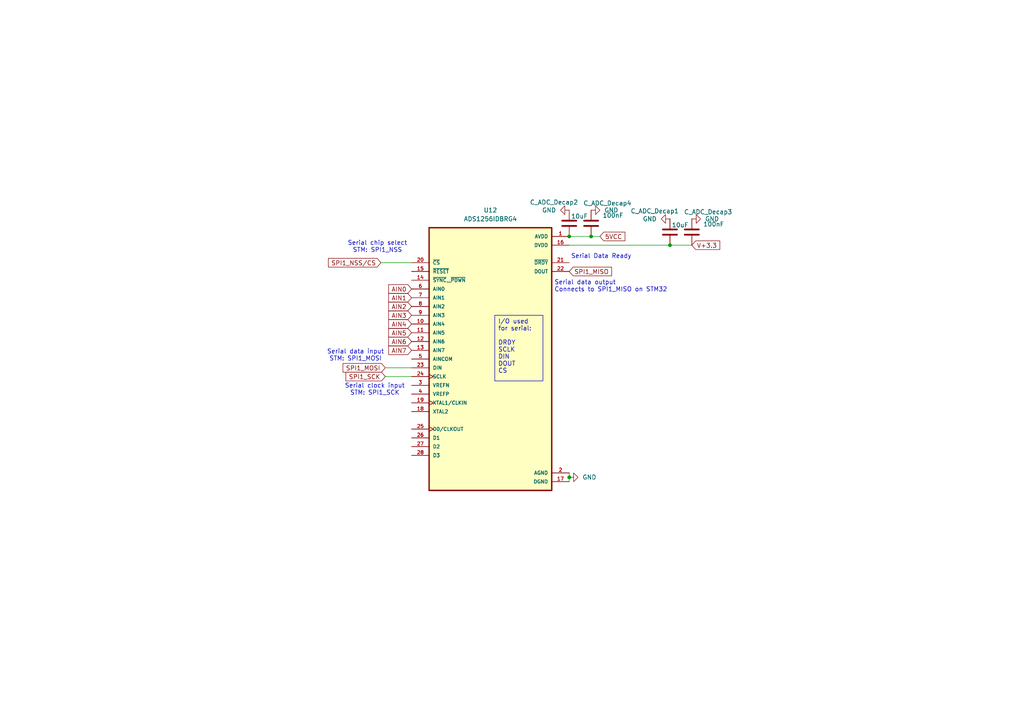
<source format=kicad_sch>
(kicad_sch (version 20250114) (generator "eeschema") (generator_version "9.0")
  (paper "A4")
  (lib_symbols
    (symbol "ADS1256IDBRG4:ADS1256IDBRG4" (pin_names (offset 1.016))
      (property "Reference" "U" (at -17.78 39.1 0))
      (property "Value" "ADS1256IDBRG4" (at -17.78 -42.1 0))
      (symbol "ADS1256IDBRG4_0_0"
        (rectangle (start -17.78 -38.1) (end 17.78 38.1) (stroke (width 0.41)) (fill (type background)))
        (pin input line (at -22.86 27.94 0) (length 5.08) (name "~{CS}") (number "20"))
        (pin input line (at -22.86 25.4 0) (length 5.08) (name "~{RESET}") (number "15"))
        (pin input line (at -22.86 22.86 0) (length 5.08) (name "~{SYNC},_~{PDWN}") (number "14"))
        (pin input line (at -22.86 20.32 0) (length 5.08) (name "AIN0") (number "6"))
        (pin input line (at -22.86 17.78 0) (length 5.08) (name "AIN1") (number "7"))
        (pin input line (at -22.86 15.24 0) (length 5.08) (name "AIN2") (number "8"))
        (pin input line (at -22.86 12.7 0) (length 5.08) (name "AIN3") (number "9"))
        (pin input line (at -22.86 10.16 0) (length 5.08) (name "AIN4") (number "10"))
        (pin input line (at -22.86 7.62 0) (length 5.08) (name "AIN5") (number "11"))
        (pin input line (at -22.86 5.08 0) (length 5.08) (name "AIN6") (number "12"))
        (pin input line (at -22.86 2.54 0) (length 5.08) (name "AIN7") (number "13"))
        (pin input line (at -22.86 0 0) (length 5.08) (name "AINCOM") (number "5"))
        (pin input line (at -22.86 -2.54 0) (length 5.08) (name "DIN") (number "23"))
        (pin input clock (at -22.86 -5.08 0) (length 5.08) (name "SCLK") (number "24"))
        (pin input line (at -22.86 -7.62 0) (length 5.08) (name "VREFN") (number "3"))
        (pin input line (at -22.86 -10.16 0) (length 5.08) (name "VREFP") (number "4"))
        (pin input clock (at -22.86 -12.7 0) (length 5.08) (name "XTAL1/CLKIN") (number "19"))
        (pin input line (at -22.86 -15.24 0) (length 5.08) (name "XTAL2") (number "18"))
        (pin bidirectional clock (at -22.86 -20.32 0) (length 5.08) (name "D0/CLKOUT") (number "25"))
        (pin bidirectional line (at -22.86 -22.86 0) (length 5.08) (name "D1") (number "26"))
        (pin bidirectional line (at -22.86 -25.4 0) (length 5.08) (name "D2") (number "27"))
        (pin bidirectional line (at -22.86 -27.94 0) (length 5.08) (name "D3") (number "28"))
        (pin power_in line (at 22.86 35.56 180) (length 5.08) (name "AVDD") (number "1"))
        (pin power_in line (at 22.86 33.02 180) (length 5.08) (name "DVDD") (number "16"))
        (pin output line (at 22.86 27.94 180) (length 5.08) (name "~{DRDY}") (number "21"))
        (pin output line (at 22.86 25.4 180) (length 5.08) (name "DOUT") (number "22"))
        (pin power_in line (at 22.86 -33.02 180) (length 5.08) (name "AGND") (number "2"))
        (pin power_in line (at 22.86 -35.56 180) (length 5.08) (name "DGND") (number "17"))
      )
    )
    (symbol "Device:C" (pin_numbers (hide yes)) (pin_names (offset 0.254))
      (property "Reference" "C" (at 0.635 2.54 0))
      (property "Value" "C" (at 0.635 -2.54 0))
      (symbol "C_0_1"
        (polyline (pts (xy -2.032 0.762) (xy 2.032 0.762)) (stroke (width 0.508)))
        (polyline (pts (xy -2.032 -0.762) (xy 2.032 -0.762)) (stroke (width 0.508)))
      )
      (symbol "C_1_1"
        (pin passive line (at 0 3.81 270) (length 2.794) (name "~") (number "1"))
        (pin passive line (at 0 -3.81 90) (length 2.794) (name "~") (number "2"))
      )
    )
    (symbol "power:GND" (power) (pin_numbers (hide yes)) (pin_names (offset 0) (hide yes))
      (property "Value" "GND" (at 0 -3.81 0))
      (symbol "GND_0_1"
        (polyline (pts (xy 0 0) (xy 0 -1.27) (xy 1.27 -1.27) (xy 0 -2.54) (xy -1.27 -1.27) (xy 0 -1.27)))
      )
      (symbol "GND_1_1"
        (pin power_in line (at 0 0 270) (length 0) (name "~") (number "1"))
      )
    )
  )
  (text "Serial data output\nConnects to SPI1_MISO on STM32" (at 160.782 83.058 0) (effects (font (size 1.27 1.27)) (justify left)))
  (text "Serial data input\nSTM: SPI1_MOSI" (at 103.124 103.124 0) (effects (font (size 1.27 1.27))))
  (text "Serial Data Ready" (at 165.608 74.422 0) (effects (font (size 1.27 1.27)) (justify left)))
  (text "Serial clock input\nSTM: SPI1_SCK" (at 108.712 113.03 0) (effects (font (size 1.27 1.27))))
  (text "Serial chip select\nSTM: SPI1_NSS" (at 109.474 71.628 0) (effects (font (size 1.27 1.27))))
  (text_box "I/O used for serial:\n\nDRDY\nSCLK\nDIN\nDOUT\nCS" (at 143.51 91.44 0) (size 13.97 19.05) (margins 0.9525 0.9525 0.9525 0.9525) (effects (font (size 1.27 1.27)) (justify left top)))
  (junction (at 165.1 138.43))
  (junction (at 165.1 68.58))
  (junction (at 194.31 71.12))
  (junction (at 171.45 68.58))
  (wire (pts (xy 111.76 106.68) (xy 119.38 106.68)))
  (wire (pts (xy 165.1 137.16) (xy 165.1 138.43)))
  (wire (pts (xy 165.1 138.43) (xy 165.1 139.7)))
  (wire (pts (xy 165.1 71.12) (xy 194.31 71.12)))
  (wire (pts (xy 111.76 109.22) (xy 119.38 109.22)))
  (wire (pts (xy 194.31 71.12) (xy 200.66 71.12)))
  (wire (pts (xy 110.49 76.2) (xy 119.38 76.2)))
  (wire (pts (xy 173.99 68.58) (xy 171.45 68.58)))
  (wire (pts (xy 171.45 68.58) (xy 165.1 68.58)))
  (global_label "AIN0" (shape input) (at 119.38 83.82 180) (property "Intersheetrefs" "${INTERSHEET_REFS}" (effects (hide yes))))
  (global_label "V+3.3" (shape input) (at 200.66 71.12 0) (property "Intersheetrefs" "${INTERSHEET_REFS}" (effects (hide yes))))
  (global_label "SPI1_SCK" (shape input) (at 111.76 109.22 180) (property "Intersheetrefs" "${INTERSHEET_REFS}" (effects (hide yes))))
  (global_label "AIN4" (shape input) (at 119.38 93.98 180) (property "Intersheetrefs" "${INTERSHEET_REFS}" (effects (hide yes))))
  (global_label "AIN3" (shape input) (at 119.38 91.44 180) (property "Intersheetrefs" "${INTERSHEET_REFS}" (effects (hide yes))))
  (global_label "AIN7" (shape input) (at 119.38 101.6 180) (property "Intersheetrefs" "${INTERSHEET_REFS}" (effects (hide yes))))
  (global_label "AIN6" (shape input) (at 119.38 99.06 180) (property "Intersheetrefs" "${INTERSHEET_REFS}" (effects (hide yes))))
  (global_label "SPI1_MOSI" (shape input) (at 111.76 106.68 180) (property "Intersheetrefs" "${INTERSHEET_REFS}" (effects (hide yes))))
  (global_label "5VCC" (shape input) (at 173.99 68.58 0) (property "Intersheetrefs" "${INTERSHEET_REFS}" (effects (hide yes))))
  (global_label "AIN2" (shape input) (at 119.38 88.9 180) (property "Intersheetrefs" "${INTERSHEET_REFS}" (effects (hide yes))))
  (global_label "SPI1_NSS{slash}CS" (shape input) (at 110.49 76.2 180) (property "Intersheetrefs" "${INTERSHEET_REFS}" (effects (hide yes))))
  (global_label "AIN5" (shape input) (at 119.38 96.52 180) (property "Intersheetrefs" "${INTERSHEET_REFS}" (effects (hide yes))))
  (global_label "SPI1_MISO" (shape input) (at 165.1 78.74 0) (property "Intersheetrefs" "${INTERSHEET_REFS}" (effects (hide yes))))
  (global_label "AIN1" (shape input) (at 119.38 86.36 180) (property "Intersheetrefs" "${INTERSHEET_REFS}" (effects (hide yes))))
  (symbol (lib_id "ADS1256IDBRG4:ADS1256IDBRG4") (at 142.24 104.14 0) (unit 1)
    (property "Reference" "U12" (at 142.24 60.96 0))
    (property "Value" "ADS1256IDBRG4" (at 142.24 63.5 0))
    (property "Footprint" "ADS1256IDBRG4:SOP65P780X200-28N" (effects (hide yes)))
    (property "MF" "Texas Instruments" (effects (hide yes)))
    (property "Description_1" "24-Bit, 30kSPS, 8-Ch Delta-Sigma ADC With PGA for Factory Automation and Process Control 28-SSOP -40 to 85" (effects (hide yes)))
    (property "Package" "SSOP-28 Texas Instruments" (effects (hide yes)))
    (property "Price" "None" (effects (hide yes)))
    (property "SnapEDA_Link" "https://www.snapeda.com/parts/ADS1256IDBRG4/Texas+Instruments/view-part/?ref=snap" (effects (hide yes)))
    (property "MP" "ADS1256IDBRG4" (effects (hide yes)))
    (property "Availability" "In Stock" (effects (hide yes)))
    (property "Check_prices" "https://www.snapeda.com/parts/ADS1256IDBRG4/Texas+Instruments/view-part/?ref=eda" (effects (hide yes)))
  )
  (symbol (lib_id "power:GND") (at 194.31 63.5 270) (unit 1)
    (property "Reference" "#PWR068" (effects (hide yes)))
    (property "Value" "GND" (at 190.5 63.4999 90) (effects (justify right)))
    (property "Description" "Power symbol creates a global label with name \"GND\" , ground" (effects (hide yes)))
  )
  (symbol (lib_id "power:GND") (at 165.1 60.96 270) (unit 1)
    (property "Reference" "#PWR070" (effects (hide yes)))
    (property "Value" "GND" (at 161.29 60.9599 90) (effects (justify right)))
    (property "Description" "Power symbol creates a global label with name \"GND\" , ground" (effects (hide yes)))
  )
  (symbol (lib_id "Device:C") (at 171.45 64.77 0) (unit 1)
    (property "Reference" "C_ADC_Decap4" (at 169.164 58.928 0) (effects (justify left)))
    (property "Value" "100nF" (at 174.752 62.484 0) (effects (justify left)))
    (property "Footprint" "Capacitor_SMD:C_0603_1608Metric_Pad1.08x0.95mm_HandSolder" (effects (hide yes)))
    (property "Description" "Unpolarized capacitor" (effects (hide yes)))
  )
  (symbol (lib_id "Device:C") (at 194.31 67.31 0) (unit 1)
    (property "Reference" "C_ADC_Decap1" (at 182.88 61.214 0) (effects (justify left)))
    (property "Value" "10uF" (at 194.818 65.278 0) (effects (justify left)))
    (property "Footprint" "Capacitor_SMD:C_0603_1608Metric_Pad1.08x0.95mm_HandSolder" (effects (hide yes)))
    (property "Description" "Unpolarized capacitor" (effects (hide yes)))
  )
  (symbol (lib_id "power:GND") (at 200.66 63.5 90) (unit 1)
    (property "Reference" "#PWR069" (effects (hide yes)))
    (property "Value" "GND" (at 204.47 63.4999 90) (effects (justify right)))
    (property "Description" "Power symbol creates a global label with name \"GND\" , ground" (effects (hide yes)))
  )
  (symbol (lib_id "power:GND") (at 171.45 60.96 90) (unit 1)
    (property "Reference" "#PWR071" (effects (hide yes)))
    (property "Value" "GND" (at 175.26 60.9599 90) (effects (justify right)))
    (property "Description" "Power symbol creates a global label with name \"GND\" , ground" (effects (hide yes)))
  )
  (symbol (lib_id "power:GND") (at 165.1 138.43 90) (unit 1)
    (property "Reference" "#PWR054" (effects (hide yes)))
    (property "Value" "GND" (at 168.91 138.4299 90) (effects (justify right)))
    (property "Description" "Power symbol creates a global label with name \"GND\" , ground" (effects (hide yes)))
  )
  (symbol (lib_id "Device:C") (at 165.1 64.77 0) (unit 1)
    (property "Reference" "C_ADC_Decap2" (at 153.67 58.674 0) (effects (justify left)))
    (property "Value" "10uF" (at 165.608 62.738 0) (effects (justify left)))
    (property "Footprint" "Capacitor_SMD:C_0603_1608Metric_Pad1.08x0.95mm_HandSolder" (effects (hide yes)))
    (property "Description" "Unpolarized capacitor" (effects (hide yes)))
  )
  (symbol (lib_id "Device:C") (at 200.66 67.31 0) (unit 1)
    (property "Reference" "C_ADC_Decap3" (at 198.374 61.468 0) (effects (justify left)))
    (property "Value" "100nF" (at 203.962 65.024 0) (effects (justify left)))
    (property "Footprint" "Capacitor_SMD:C_0603_1608Metric_Pad1.08x0.95mm_HandSolder" (effects (hide yes)))
    (property "Description" "Unpolarized capacitor" (effects (hide yes)))
  )
)
</source>
